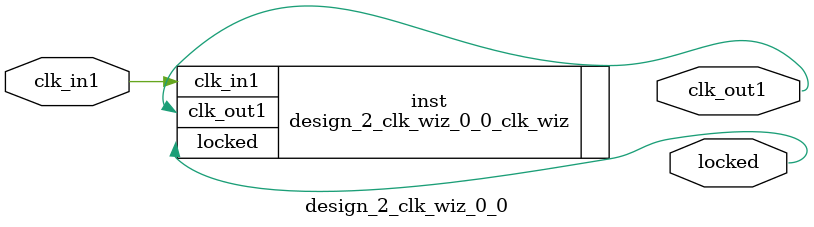
<source format=v>


`timescale 1ps/1ps

(* CORE_GENERATION_INFO = "design_2_clk_wiz_0_0,clk_wiz_v6_0_14_0_0,{component_name=design_2_clk_wiz_0_0,use_phase_alignment=true,use_min_o_jitter=false,use_max_i_jitter=false,use_dyn_phase_shift=false,use_inclk_switchover=false,use_dyn_reconfig=false,enable_axi=0,feedback_source=FDBK_AUTO,PRIMITIVE=MMCM,num_out_clk=1,clkin1_period=10.000,clkin2_period=10.000,use_power_down=false,use_reset=false,use_locked=true,use_inclk_stopped=false,feedback_type=SINGLE,CLOCK_MGR_TYPE=NA,manual_override=false}" *)

module design_2_clk_wiz_0_0 
 (
  // Clock out ports
  output        clk_out1,
  // Status and control signals
  output        locked,
 // Clock in ports
  input         clk_in1
 );

  design_2_clk_wiz_0_0_clk_wiz inst
  (
  // Clock out ports  
  .clk_out1(clk_out1),
  // Status and control signals               
  .locked(locked),
 // Clock in ports
  .clk_in1(clk_in1)
  );

endmodule

</source>
